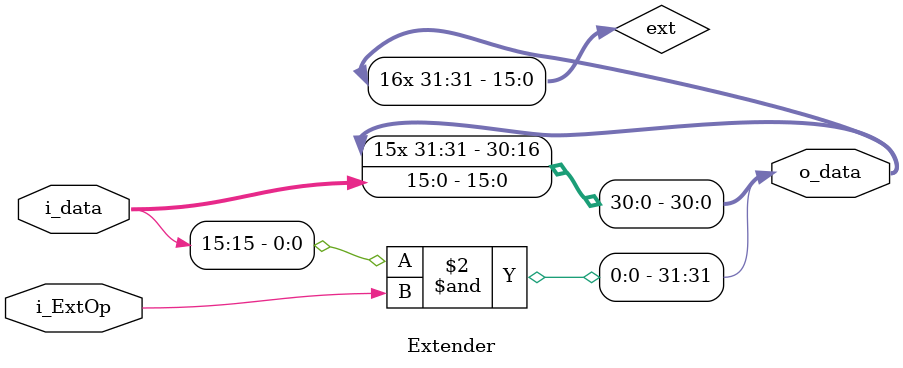
<source format=v>
`timescale 1ns/1ps

module Extender(i_data, 
				i_ExtOp,//1=signed Extend, 0 = unsigned Extend
				o_data
				);

input [15:0] i_data;
input i_ExtOp;

output reg [31:0] o_data;

reg [15:0] ext;

always@*begin
	ext = {16{i_data[15]&i_ExtOp}};
	o_data = {ext,i_data};
end

endmodule
</source>
